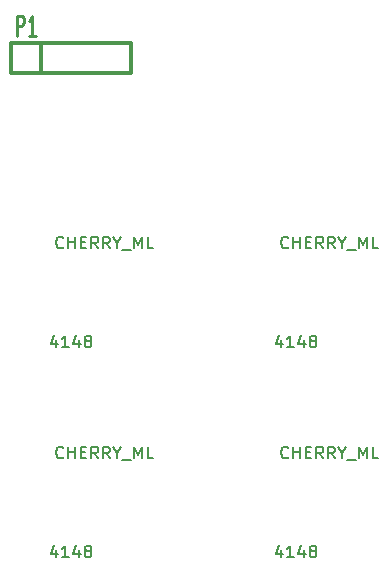
<source format=gto>
G04 (created by PCBNEW (2013-07-07 BZR 4022)-stable) date 21/11/2015 23:27:46*
%MOIN*%
G04 Gerber Fmt 3.4, Leading zero omitted, Abs format*
%FSLAX34Y34*%
G01*
G70*
G90*
G04 APERTURE LIST*
%ADD10C,0.00393701*%
%ADD11C,0.012*%
%ADD12C,0.0107*%
%ADD13C,0.00590551*%
G04 APERTURE END LIST*
G54D10*
G54D11*
X57000Y-31000D02*
X57000Y-31000D01*
X57000Y-32000D02*
X57000Y-31000D01*
X57000Y-31000D02*
X57000Y-31000D01*
X57000Y-31000D02*
X61000Y-31000D01*
X61000Y-31000D02*
X61000Y-32000D01*
X61000Y-32000D02*
X57000Y-32000D01*
X58000Y-32000D02*
X58000Y-31000D01*
G54D12*
X57184Y-30776D02*
X57184Y-30093D01*
X57347Y-30093D01*
X57387Y-30125D01*
X57408Y-30158D01*
X57428Y-30223D01*
X57428Y-30321D01*
X57408Y-30386D01*
X57387Y-30418D01*
X57347Y-30451D01*
X57184Y-30451D01*
X57836Y-30776D02*
X57591Y-30776D01*
X57714Y-30776D02*
X57714Y-30093D01*
X57673Y-30191D01*
X57632Y-30256D01*
X57591Y-30288D01*
G54D11*
G54D13*
X58740Y-37821D02*
X58722Y-37840D01*
X58665Y-37859D01*
X58628Y-37859D01*
X58572Y-37840D01*
X58534Y-37803D01*
X58515Y-37765D01*
X58497Y-37690D01*
X58497Y-37634D01*
X58515Y-37559D01*
X58534Y-37521D01*
X58572Y-37484D01*
X58628Y-37465D01*
X58665Y-37465D01*
X58722Y-37484D01*
X58740Y-37503D01*
X58909Y-37859D02*
X58909Y-37465D01*
X58909Y-37653D02*
X59134Y-37653D01*
X59134Y-37859D02*
X59134Y-37465D01*
X59321Y-37653D02*
X59453Y-37653D01*
X59509Y-37859D02*
X59321Y-37859D01*
X59321Y-37465D01*
X59509Y-37465D01*
X59903Y-37859D02*
X59771Y-37671D01*
X59678Y-37859D02*
X59678Y-37465D01*
X59828Y-37465D01*
X59865Y-37484D01*
X59884Y-37503D01*
X59903Y-37540D01*
X59903Y-37596D01*
X59884Y-37634D01*
X59865Y-37653D01*
X59828Y-37671D01*
X59678Y-37671D01*
X60296Y-37859D02*
X60165Y-37671D01*
X60071Y-37859D02*
X60071Y-37465D01*
X60221Y-37465D01*
X60259Y-37484D01*
X60278Y-37503D01*
X60296Y-37540D01*
X60296Y-37596D01*
X60278Y-37634D01*
X60259Y-37653D01*
X60221Y-37671D01*
X60071Y-37671D01*
X60540Y-37671D02*
X60540Y-37859D01*
X60409Y-37465D02*
X60540Y-37671D01*
X60671Y-37465D01*
X60709Y-37896D02*
X61009Y-37896D01*
X61102Y-37859D02*
X61102Y-37465D01*
X61234Y-37746D01*
X61365Y-37465D01*
X61365Y-37859D01*
X61740Y-37859D02*
X61552Y-37859D01*
X61552Y-37465D01*
X66240Y-37821D02*
X66222Y-37840D01*
X66165Y-37859D01*
X66128Y-37859D01*
X66072Y-37840D01*
X66034Y-37803D01*
X66015Y-37765D01*
X65997Y-37690D01*
X65997Y-37634D01*
X66015Y-37559D01*
X66034Y-37521D01*
X66072Y-37484D01*
X66128Y-37465D01*
X66165Y-37465D01*
X66222Y-37484D01*
X66240Y-37503D01*
X66409Y-37859D02*
X66409Y-37465D01*
X66409Y-37653D02*
X66634Y-37653D01*
X66634Y-37859D02*
X66634Y-37465D01*
X66821Y-37653D02*
X66953Y-37653D01*
X67009Y-37859D02*
X66821Y-37859D01*
X66821Y-37465D01*
X67009Y-37465D01*
X67403Y-37859D02*
X67271Y-37671D01*
X67178Y-37859D02*
X67178Y-37465D01*
X67328Y-37465D01*
X67365Y-37484D01*
X67384Y-37503D01*
X67403Y-37540D01*
X67403Y-37596D01*
X67384Y-37634D01*
X67365Y-37653D01*
X67328Y-37671D01*
X67178Y-37671D01*
X67796Y-37859D02*
X67665Y-37671D01*
X67571Y-37859D02*
X67571Y-37465D01*
X67721Y-37465D01*
X67759Y-37484D01*
X67778Y-37503D01*
X67796Y-37540D01*
X67796Y-37596D01*
X67778Y-37634D01*
X67759Y-37653D01*
X67721Y-37671D01*
X67571Y-37671D01*
X68040Y-37671D02*
X68040Y-37859D01*
X67909Y-37465D02*
X68040Y-37671D01*
X68171Y-37465D01*
X68209Y-37896D02*
X68509Y-37896D01*
X68602Y-37859D02*
X68602Y-37465D01*
X68734Y-37746D01*
X68865Y-37465D01*
X68865Y-37859D01*
X69240Y-37859D02*
X69052Y-37859D01*
X69052Y-37465D01*
X58740Y-44821D02*
X58722Y-44840D01*
X58665Y-44859D01*
X58628Y-44859D01*
X58572Y-44840D01*
X58534Y-44803D01*
X58515Y-44765D01*
X58497Y-44690D01*
X58497Y-44634D01*
X58515Y-44559D01*
X58534Y-44521D01*
X58572Y-44484D01*
X58628Y-44465D01*
X58665Y-44465D01*
X58722Y-44484D01*
X58740Y-44503D01*
X58909Y-44859D02*
X58909Y-44465D01*
X58909Y-44653D02*
X59134Y-44653D01*
X59134Y-44859D02*
X59134Y-44465D01*
X59321Y-44653D02*
X59453Y-44653D01*
X59509Y-44859D02*
X59321Y-44859D01*
X59321Y-44465D01*
X59509Y-44465D01*
X59903Y-44859D02*
X59771Y-44671D01*
X59678Y-44859D02*
X59678Y-44465D01*
X59828Y-44465D01*
X59865Y-44484D01*
X59884Y-44503D01*
X59903Y-44540D01*
X59903Y-44596D01*
X59884Y-44634D01*
X59865Y-44653D01*
X59828Y-44671D01*
X59678Y-44671D01*
X60296Y-44859D02*
X60165Y-44671D01*
X60071Y-44859D02*
X60071Y-44465D01*
X60221Y-44465D01*
X60259Y-44484D01*
X60278Y-44503D01*
X60296Y-44540D01*
X60296Y-44596D01*
X60278Y-44634D01*
X60259Y-44653D01*
X60221Y-44671D01*
X60071Y-44671D01*
X60540Y-44671D02*
X60540Y-44859D01*
X60409Y-44465D02*
X60540Y-44671D01*
X60671Y-44465D01*
X60709Y-44896D02*
X61009Y-44896D01*
X61102Y-44859D02*
X61102Y-44465D01*
X61234Y-44746D01*
X61365Y-44465D01*
X61365Y-44859D01*
X61740Y-44859D02*
X61552Y-44859D01*
X61552Y-44465D01*
X66240Y-44821D02*
X66222Y-44840D01*
X66165Y-44859D01*
X66128Y-44859D01*
X66072Y-44840D01*
X66034Y-44803D01*
X66015Y-44765D01*
X65997Y-44690D01*
X65997Y-44634D01*
X66015Y-44559D01*
X66034Y-44521D01*
X66072Y-44484D01*
X66128Y-44465D01*
X66165Y-44465D01*
X66222Y-44484D01*
X66240Y-44503D01*
X66409Y-44859D02*
X66409Y-44465D01*
X66409Y-44653D02*
X66634Y-44653D01*
X66634Y-44859D02*
X66634Y-44465D01*
X66821Y-44653D02*
X66953Y-44653D01*
X67009Y-44859D02*
X66821Y-44859D01*
X66821Y-44465D01*
X67009Y-44465D01*
X67403Y-44859D02*
X67271Y-44671D01*
X67178Y-44859D02*
X67178Y-44465D01*
X67328Y-44465D01*
X67365Y-44484D01*
X67384Y-44503D01*
X67403Y-44540D01*
X67403Y-44596D01*
X67384Y-44634D01*
X67365Y-44653D01*
X67328Y-44671D01*
X67178Y-44671D01*
X67796Y-44859D02*
X67665Y-44671D01*
X67571Y-44859D02*
X67571Y-44465D01*
X67721Y-44465D01*
X67759Y-44484D01*
X67778Y-44503D01*
X67796Y-44540D01*
X67796Y-44596D01*
X67778Y-44634D01*
X67759Y-44653D01*
X67721Y-44671D01*
X67571Y-44671D01*
X68040Y-44671D02*
X68040Y-44859D01*
X67909Y-44465D02*
X68040Y-44671D01*
X68171Y-44465D01*
X68209Y-44896D02*
X68509Y-44896D01*
X68602Y-44859D02*
X68602Y-44465D01*
X68734Y-44746D01*
X68865Y-44465D01*
X68865Y-44859D01*
X69240Y-44859D02*
X69052Y-44859D01*
X69052Y-44465D01*
X58512Y-40896D02*
X58512Y-41159D01*
X58418Y-40746D02*
X58325Y-41028D01*
X58568Y-41028D01*
X58925Y-41159D02*
X58700Y-41159D01*
X58812Y-41159D02*
X58812Y-40765D01*
X58775Y-40821D01*
X58737Y-40859D01*
X58700Y-40878D01*
X59262Y-40896D02*
X59262Y-41159D01*
X59168Y-40746D02*
X59074Y-41028D01*
X59318Y-41028D01*
X59524Y-40934D02*
X59487Y-40915D01*
X59468Y-40896D01*
X59449Y-40859D01*
X59449Y-40840D01*
X59468Y-40803D01*
X59487Y-40784D01*
X59524Y-40765D01*
X59599Y-40765D01*
X59637Y-40784D01*
X59656Y-40803D01*
X59674Y-40840D01*
X59674Y-40859D01*
X59656Y-40896D01*
X59637Y-40915D01*
X59599Y-40934D01*
X59524Y-40934D01*
X59487Y-40953D01*
X59468Y-40971D01*
X59449Y-41009D01*
X59449Y-41084D01*
X59468Y-41121D01*
X59487Y-41140D01*
X59524Y-41159D01*
X59599Y-41159D01*
X59637Y-41140D01*
X59656Y-41121D01*
X59674Y-41084D01*
X59674Y-41009D01*
X59656Y-40971D01*
X59637Y-40953D01*
X59599Y-40934D01*
X66012Y-40896D02*
X66012Y-41159D01*
X65918Y-40746D02*
X65825Y-41028D01*
X66068Y-41028D01*
X66425Y-41159D02*
X66200Y-41159D01*
X66312Y-41159D02*
X66312Y-40765D01*
X66275Y-40821D01*
X66237Y-40859D01*
X66200Y-40878D01*
X66762Y-40896D02*
X66762Y-41159D01*
X66668Y-40746D02*
X66574Y-41028D01*
X66818Y-41028D01*
X67024Y-40934D02*
X66987Y-40915D01*
X66968Y-40896D01*
X66949Y-40859D01*
X66949Y-40840D01*
X66968Y-40803D01*
X66987Y-40784D01*
X67024Y-40765D01*
X67099Y-40765D01*
X67137Y-40784D01*
X67156Y-40803D01*
X67174Y-40840D01*
X67174Y-40859D01*
X67156Y-40896D01*
X67137Y-40915D01*
X67099Y-40934D01*
X67024Y-40934D01*
X66987Y-40953D01*
X66968Y-40971D01*
X66949Y-41009D01*
X66949Y-41084D01*
X66968Y-41121D01*
X66987Y-41140D01*
X67024Y-41159D01*
X67099Y-41159D01*
X67137Y-41140D01*
X67156Y-41121D01*
X67174Y-41084D01*
X67174Y-41009D01*
X67156Y-40971D01*
X67137Y-40953D01*
X67099Y-40934D01*
X66012Y-47896D02*
X66012Y-48159D01*
X65918Y-47746D02*
X65825Y-48028D01*
X66068Y-48028D01*
X66425Y-48159D02*
X66200Y-48159D01*
X66312Y-48159D02*
X66312Y-47765D01*
X66275Y-47821D01*
X66237Y-47859D01*
X66200Y-47878D01*
X66762Y-47896D02*
X66762Y-48159D01*
X66668Y-47746D02*
X66574Y-48028D01*
X66818Y-48028D01*
X67024Y-47934D02*
X66987Y-47915D01*
X66968Y-47896D01*
X66949Y-47859D01*
X66949Y-47840D01*
X66968Y-47803D01*
X66987Y-47784D01*
X67024Y-47765D01*
X67099Y-47765D01*
X67137Y-47784D01*
X67156Y-47803D01*
X67174Y-47840D01*
X67174Y-47859D01*
X67156Y-47896D01*
X67137Y-47915D01*
X67099Y-47934D01*
X67024Y-47934D01*
X66987Y-47953D01*
X66968Y-47971D01*
X66949Y-48009D01*
X66949Y-48084D01*
X66968Y-48121D01*
X66987Y-48140D01*
X67024Y-48159D01*
X67099Y-48159D01*
X67137Y-48140D01*
X67156Y-48121D01*
X67174Y-48084D01*
X67174Y-48009D01*
X67156Y-47971D01*
X67137Y-47953D01*
X67099Y-47934D01*
X58512Y-47896D02*
X58512Y-48159D01*
X58418Y-47746D02*
X58325Y-48028D01*
X58568Y-48028D01*
X58925Y-48159D02*
X58700Y-48159D01*
X58812Y-48159D02*
X58812Y-47765D01*
X58775Y-47821D01*
X58737Y-47859D01*
X58700Y-47878D01*
X59262Y-47896D02*
X59262Y-48159D01*
X59168Y-47746D02*
X59074Y-48028D01*
X59318Y-48028D01*
X59524Y-47934D02*
X59487Y-47915D01*
X59468Y-47896D01*
X59449Y-47859D01*
X59449Y-47840D01*
X59468Y-47803D01*
X59487Y-47784D01*
X59524Y-47765D01*
X59599Y-47765D01*
X59637Y-47784D01*
X59656Y-47803D01*
X59674Y-47840D01*
X59674Y-47859D01*
X59656Y-47896D01*
X59637Y-47915D01*
X59599Y-47934D01*
X59524Y-47934D01*
X59487Y-47953D01*
X59468Y-47971D01*
X59449Y-48009D01*
X59449Y-48084D01*
X59468Y-48121D01*
X59487Y-48140D01*
X59524Y-48159D01*
X59599Y-48159D01*
X59637Y-48140D01*
X59656Y-48121D01*
X59674Y-48084D01*
X59674Y-48009D01*
X59656Y-47971D01*
X59637Y-47953D01*
X59599Y-47934D01*
M02*

</source>
